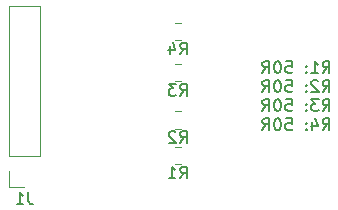
<source format=gbr>
%TF.GenerationSoftware,KiCad,Pcbnew,7.0.7*%
%TF.CreationDate,2023-09-05T11:40:51+02:00*%
%TF.ProjectId,tle5010-11_pcb,746c6535-3031-4302-9d31-315f7063622e,rev?*%
%TF.SameCoordinates,Original*%
%TF.FileFunction,Legend,Bot*%
%TF.FilePolarity,Positive*%
%FSLAX46Y46*%
G04 Gerber Fmt 4.6, Leading zero omitted, Abs format (unit mm)*
G04 Created by KiCad (PCBNEW 7.0.7) date 2023-09-05 11:40:51*
%MOMM*%
%LPD*%
G01*
G04 APERTURE LIST*
%ADD10C,0.200000*%
%ADD11C,0.150000*%
%ADD12C,0.120000*%
G04 APERTURE END LIST*
D10*
X57238095Y-28037219D02*
X57571428Y-27561028D01*
X57809523Y-28037219D02*
X57809523Y-27037219D01*
X57809523Y-27037219D02*
X57428571Y-27037219D01*
X57428571Y-27037219D02*
X57333333Y-27084838D01*
X57333333Y-27084838D02*
X57285714Y-27132457D01*
X57285714Y-27132457D02*
X57238095Y-27227695D01*
X57238095Y-27227695D02*
X57238095Y-27370552D01*
X57238095Y-27370552D02*
X57285714Y-27465790D01*
X57285714Y-27465790D02*
X57333333Y-27513409D01*
X57333333Y-27513409D02*
X57428571Y-27561028D01*
X57428571Y-27561028D02*
X57809523Y-27561028D01*
X56285714Y-28037219D02*
X56857142Y-28037219D01*
X56571428Y-28037219D02*
X56571428Y-27037219D01*
X56571428Y-27037219D02*
X56666666Y-27180076D01*
X56666666Y-27180076D02*
X56761904Y-27275314D01*
X56761904Y-27275314D02*
X56857142Y-27322933D01*
X55857142Y-27941980D02*
X55809523Y-27989600D01*
X55809523Y-27989600D02*
X55857142Y-28037219D01*
X55857142Y-28037219D02*
X55904761Y-27989600D01*
X55904761Y-27989600D02*
X55857142Y-27941980D01*
X55857142Y-27941980D02*
X55857142Y-28037219D01*
X55857142Y-27418171D02*
X55809523Y-27465790D01*
X55809523Y-27465790D02*
X55857142Y-27513409D01*
X55857142Y-27513409D02*
X55904761Y-27465790D01*
X55904761Y-27465790D02*
X55857142Y-27418171D01*
X55857142Y-27418171D02*
X55857142Y-27513409D01*
X54142857Y-27037219D02*
X54619047Y-27037219D01*
X54619047Y-27037219D02*
X54666666Y-27513409D01*
X54666666Y-27513409D02*
X54619047Y-27465790D01*
X54619047Y-27465790D02*
X54523809Y-27418171D01*
X54523809Y-27418171D02*
X54285714Y-27418171D01*
X54285714Y-27418171D02*
X54190476Y-27465790D01*
X54190476Y-27465790D02*
X54142857Y-27513409D01*
X54142857Y-27513409D02*
X54095238Y-27608647D01*
X54095238Y-27608647D02*
X54095238Y-27846742D01*
X54095238Y-27846742D02*
X54142857Y-27941980D01*
X54142857Y-27941980D02*
X54190476Y-27989600D01*
X54190476Y-27989600D02*
X54285714Y-28037219D01*
X54285714Y-28037219D02*
X54523809Y-28037219D01*
X54523809Y-28037219D02*
X54619047Y-27989600D01*
X54619047Y-27989600D02*
X54666666Y-27941980D01*
X53476190Y-27037219D02*
X53380952Y-27037219D01*
X53380952Y-27037219D02*
X53285714Y-27084838D01*
X53285714Y-27084838D02*
X53238095Y-27132457D01*
X53238095Y-27132457D02*
X53190476Y-27227695D01*
X53190476Y-27227695D02*
X53142857Y-27418171D01*
X53142857Y-27418171D02*
X53142857Y-27656266D01*
X53142857Y-27656266D02*
X53190476Y-27846742D01*
X53190476Y-27846742D02*
X53238095Y-27941980D01*
X53238095Y-27941980D02*
X53285714Y-27989600D01*
X53285714Y-27989600D02*
X53380952Y-28037219D01*
X53380952Y-28037219D02*
X53476190Y-28037219D01*
X53476190Y-28037219D02*
X53571428Y-27989600D01*
X53571428Y-27989600D02*
X53619047Y-27941980D01*
X53619047Y-27941980D02*
X53666666Y-27846742D01*
X53666666Y-27846742D02*
X53714285Y-27656266D01*
X53714285Y-27656266D02*
X53714285Y-27418171D01*
X53714285Y-27418171D02*
X53666666Y-27227695D01*
X53666666Y-27227695D02*
X53619047Y-27132457D01*
X53619047Y-27132457D02*
X53571428Y-27084838D01*
X53571428Y-27084838D02*
X53476190Y-27037219D01*
X52142857Y-28037219D02*
X52476190Y-27561028D01*
X52714285Y-28037219D02*
X52714285Y-27037219D01*
X52714285Y-27037219D02*
X52333333Y-27037219D01*
X52333333Y-27037219D02*
X52238095Y-27084838D01*
X52238095Y-27084838D02*
X52190476Y-27132457D01*
X52190476Y-27132457D02*
X52142857Y-27227695D01*
X52142857Y-27227695D02*
X52142857Y-27370552D01*
X52142857Y-27370552D02*
X52190476Y-27465790D01*
X52190476Y-27465790D02*
X52238095Y-27513409D01*
X52238095Y-27513409D02*
X52333333Y-27561028D01*
X52333333Y-27561028D02*
X52714285Y-27561028D01*
X57238095Y-29647219D02*
X57571428Y-29171028D01*
X57809523Y-29647219D02*
X57809523Y-28647219D01*
X57809523Y-28647219D02*
X57428571Y-28647219D01*
X57428571Y-28647219D02*
X57333333Y-28694838D01*
X57333333Y-28694838D02*
X57285714Y-28742457D01*
X57285714Y-28742457D02*
X57238095Y-28837695D01*
X57238095Y-28837695D02*
X57238095Y-28980552D01*
X57238095Y-28980552D02*
X57285714Y-29075790D01*
X57285714Y-29075790D02*
X57333333Y-29123409D01*
X57333333Y-29123409D02*
X57428571Y-29171028D01*
X57428571Y-29171028D02*
X57809523Y-29171028D01*
X56857142Y-28742457D02*
X56809523Y-28694838D01*
X56809523Y-28694838D02*
X56714285Y-28647219D01*
X56714285Y-28647219D02*
X56476190Y-28647219D01*
X56476190Y-28647219D02*
X56380952Y-28694838D01*
X56380952Y-28694838D02*
X56333333Y-28742457D01*
X56333333Y-28742457D02*
X56285714Y-28837695D01*
X56285714Y-28837695D02*
X56285714Y-28932933D01*
X56285714Y-28932933D02*
X56333333Y-29075790D01*
X56333333Y-29075790D02*
X56904761Y-29647219D01*
X56904761Y-29647219D02*
X56285714Y-29647219D01*
X55857142Y-29551980D02*
X55809523Y-29599600D01*
X55809523Y-29599600D02*
X55857142Y-29647219D01*
X55857142Y-29647219D02*
X55904761Y-29599600D01*
X55904761Y-29599600D02*
X55857142Y-29551980D01*
X55857142Y-29551980D02*
X55857142Y-29647219D01*
X55857142Y-29028171D02*
X55809523Y-29075790D01*
X55809523Y-29075790D02*
X55857142Y-29123409D01*
X55857142Y-29123409D02*
X55904761Y-29075790D01*
X55904761Y-29075790D02*
X55857142Y-29028171D01*
X55857142Y-29028171D02*
X55857142Y-29123409D01*
X54142857Y-28647219D02*
X54619047Y-28647219D01*
X54619047Y-28647219D02*
X54666666Y-29123409D01*
X54666666Y-29123409D02*
X54619047Y-29075790D01*
X54619047Y-29075790D02*
X54523809Y-29028171D01*
X54523809Y-29028171D02*
X54285714Y-29028171D01*
X54285714Y-29028171D02*
X54190476Y-29075790D01*
X54190476Y-29075790D02*
X54142857Y-29123409D01*
X54142857Y-29123409D02*
X54095238Y-29218647D01*
X54095238Y-29218647D02*
X54095238Y-29456742D01*
X54095238Y-29456742D02*
X54142857Y-29551980D01*
X54142857Y-29551980D02*
X54190476Y-29599600D01*
X54190476Y-29599600D02*
X54285714Y-29647219D01*
X54285714Y-29647219D02*
X54523809Y-29647219D01*
X54523809Y-29647219D02*
X54619047Y-29599600D01*
X54619047Y-29599600D02*
X54666666Y-29551980D01*
X53476190Y-28647219D02*
X53380952Y-28647219D01*
X53380952Y-28647219D02*
X53285714Y-28694838D01*
X53285714Y-28694838D02*
X53238095Y-28742457D01*
X53238095Y-28742457D02*
X53190476Y-28837695D01*
X53190476Y-28837695D02*
X53142857Y-29028171D01*
X53142857Y-29028171D02*
X53142857Y-29266266D01*
X53142857Y-29266266D02*
X53190476Y-29456742D01*
X53190476Y-29456742D02*
X53238095Y-29551980D01*
X53238095Y-29551980D02*
X53285714Y-29599600D01*
X53285714Y-29599600D02*
X53380952Y-29647219D01*
X53380952Y-29647219D02*
X53476190Y-29647219D01*
X53476190Y-29647219D02*
X53571428Y-29599600D01*
X53571428Y-29599600D02*
X53619047Y-29551980D01*
X53619047Y-29551980D02*
X53666666Y-29456742D01*
X53666666Y-29456742D02*
X53714285Y-29266266D01*
X53714285Y-29266266D02*
X53714285Y-29028171D01*
X53714285Y-29028171D02*
X53666666Y-28837695D01*
X53666666Y-28837695D02*
X53619047Y-28742457D01*
X53619047Y-28742457D02*
X53571428Y-28694838D01*
X53571428Y-28694838D02*
X53476190Y-28647219D01*
X52142857Y-29647219D02*
X52476190Y-29171028D01*
X52714285Y-29647219D02*
X52714285Y-28647219D01*
X52714285Y-28647219D02*
X52333333Y-28647219D01*
X52333333Y-28647219D02*
X52238095Y-28694838D01*
X52238095Y-28694838D02*
X52190476Y-28742457D01*
X52190476Y-28742457D02*
X52142857Y-28837695D01*
X52142857Y-28837695D02*
X52142857Y-28980552D01*
X52142857Y-28980552D02*
X52190476Y-29075790D01*
X52190476Y-29075790D02*
X52238095Y-29123409D01*
X52238095Y-29123409D02*
X52333333Y-29171028D01*
X52333333Y-29171028D02*
X52714285Y-29171028D01*
X57238095Y-31257219D02*
X57571428Y-30781028D01*
X57809523Y-31257219D02*
X57809523Y-30257219D01*
X57809523Y-30257219D02*
X57428571Y-30257219D01*
X57428571Y-30257219D02*
X57333333Y-30304838D01*
X57333333Y-30304838D02*
X57285714Y-30352457D01*
X57285714Y-30352457D02*
X57238095Y-30447695D01*
X57238095Y-30447695D02*
X57238095Y-30590552D01*
X57238095Y-30590552D02*
X57285714Y-30685790D01*
X57285714Y-30685790D02*
X57333333Y-30733409D01*
X57333333Y-30733409D02*
X57428571Y-30781028D01*
X57428571Y-30781028D02*
X57809523Y-30781028D01*
X56904761Y-30257219D02*
X56285714Y-30257219D01*
X56285714Y-30257219D02*
X56619047Y-30638171D01*
X56619047Y-30638171D02*
X56476190Y-30638171D01*
X56476190Y-30638171D02*
X56380952Y-30685790D01*
X56380952Y-30685790D02*
X56333333Y-30733409D01*
X56333333Y-30733409D02*
X56285714Y-30828647D01*
X56285714Y-30828647D02*
X56285714Y-31066742D01*
X56285714Y-31066742D02*
X56333333Y-31161980D01*
X56333333Y-31161980D02*
X56380952Y-31209600D01*
X56380952Y-31209600D02*
X56476190Y-31257219D01*
X56476190Y-31257219D02*
X56761904Y-31257219D01*
X56761904Y-31257219D02*
X56857142Y-31209600D01*
X56857142Y-31209600D02*
X56904761Y-31161980D01*
X55857142Y-31161980D02*
X55809523Y-31209600D01*
X55809523Y-31209600D02*
X55857142Y-31257219D01*
X55857142Y-31257219D02*
X55904761Y-31209600D01*
X55904761Y-31209600D02*
X55857142Y-31161980D01*
X55857142Y-31161980D02*
X55857142Y-31257219D01*
X55857142Y-30638171D02*
X55809523Y-30685790D01*
X55809523Y-30685790D02*
X55857142Y-30733409D01*
X55857142Y-30733409D02*
X55904761Y-30685790D01*
X55904761Y-30685790D02*
X55857142Y-30638171D01*
X55857142Y-30638171D02*
X55857142Y-30733409D01*
X54142857Y-30257219D02*
X54619047Y-30257219D01*
X54619047Y-30257219D02*
X54666666Y-30733409D01*
X54666666Y-30733409D02*
X54619047Y-30685790D01*
X54619047Y-30685790D02*
X54523809Y-30638171D01*
X54523809Y-30638171D02*
X54285714Y-30638171D01*
X54285714Y-30638171D02*
X54190476Y-30685790D01*
X54190476Y-30685790D02*
X54142857Y-30733409D01*
X54142857Y-30733409D02*
X54095238Y-30828647D01*
X54095238Y-30828647D02*
X54095238Y-31066742D01*
X54095238Y-31066742D02*
X54142857Y-31161980D01*
X54142857Y-31161980D02*
X54190476Y-31209600D01*
X54190476Y-31209600D02*
X54285714Y-31257219D01*
X54285714Y-31257219D02*
X54523809Y-31257219D01*
X54523809Y-31257219D02*
X54619047Y-31209600D01*
X54619047Y-31209600D02*
X54666666Y-31161980D01*
X53476190Y-30257219D02*
X53380952Y-30257219D01*
X53380952Y-30257219D02*
X53285714Y-30304838D01*
X53285714Y-30304838D02*
X53238095Y-30352457D01*
X53238095Y-30352457D02*
X53190476Y-30447695D01*
X53190476Y-30447695D02*
X53142857Y-30638171D01*
X53142857Y-30638171D02*
X53142857Y-30876266D01*
X53142857Y-30876266D02*
X53190476Y-31066742D01*
X53190476Y-31066742D02*
X53238095Y-31161980D01*
X53238095Y-31161980D02*
X53285714Y-31209600D01*
X53285714Y-31209600D02*
X53380952Y-31257219D01*
X53380952Y-31257219D02*
X53476190Y-31257219D01*
X53476190Y-31257219D02*
X53571428Y-31209600D01*
X53571428Y-31209600D02*
X53619047Y-31161980D01*
X53619047Y-31161980D02*
X53666666Y-31066742D01*
X53666666Y-31066742D02*
X53714285Y-30876266D01*
X53714285Y-30876266D02*
X53714285Y-30638171D01*
X53714285Y-30638171D02*
X53666666Y-30447695D01*
X53666666Y-30447695D02*
X53619047Y-30352457D01*
X53619047Y-30352457D02*
X53571428Y-30304838D01*
X53571428Y-30304838D02*
X53476190Y-30257219D01*
X52142857Y-31257219D02*
X52476190Y-30781028D01*
X52714285Y-31257219D02*
X52714285Y-30257219D01*
X52714285Y-30257219D02*
X52333333Y-30257219D01*
X52333333Y-30257219D02*
X52238095Y-30304838D01*
X52238095Y-30304838D02*
X52190476Y-30352457D01*
X52190476Y-30352457D02*
X52142857Y-30447695D01*
X52142857Y-30447695D02*
X52142857Y-30590552D01*
X52142857Y-30590552D02*
X52190476Y-30685790D01*
X52190476Y-30685790D02*
X52238095Y-30733409D01*
X52238095Y-30733409D02*
X52333333Y-30781028D01*
X52333333Y-30781028D02*
X52714285Y-30781028D01*
X57238095Y-32867219D02*
X57571428Y-32391028D01*
X57809523Y-32867219D02*
X57809523Y-31867219D01*
X57809523Y-31867219D02*
X57428571Y-31867219D01*
X57428571Y-31867219D02*
X57333333Y-31914838D01*
X57333333Y-31914838D02*
X57285714Y-31962457D01*
X57285714Y-31962457D02*
X57238095Y-32057695D01*
X57238095Y-32057695D02*
X57238095Y-32200552D01*
X57238095Y-32200552D02*
X57285714Y-32295790D01*
X57285714Y-32295790D02*
X57333333Y-32343409D01*
X57333333Y-32343409D02*
X57428571Y-32391028D01*
X57428571Y-32391028D02*
X57809523Y-32391028D01*
X56380952Y-32200552D02*
X56380952Y-32867219D01*
X56619047Y-31819600D02*
X56857142Y-32533885D01*
X56857142Y-32533885D02*
X56238095Y-32533885D01*
X55857142Y-32771980D02*
X55809523Y-32819600D01*
X55809523Y-32819600D02*
X55857142Y-32867219D01*
X55857142Y-32867219D02*
X55904761Y-32819600D01*
X55904761Y-32819600D02*
X55857142Y-32771980D01*
X55857142Y-32771980D02*
X55857142Y-32867219D01*
X55857142Y-32248171D02*
X55809523Y-32295790D01*
X55809523Y-32295790D02*
X55857142Y-32343409D01*
X55857142Y-32343409D02*
X55904761Y-32295790D01*
X55904761Y-32295790D02*
X55857142Y-32248171D01*
X55857142Y-32248171D02*
X55857142Y-32343409D01*
X54142857Y-31867219D02*
X54619047Y-31867219D01*
X54619047Y-31867219D02*
X54666666Y-32343409D01*
X54666666Y-32343409D02*
X54619047Y-32295790D01*
X54619047Y-32295790D02*
X54523809Y-32248171D01*
X54523809Y-32248171D02*
X54285714Y-32248171D01*
X54285714Y-32248171D02*
X54190476Y-32295790D01*
X54190476Y-32295790D02*
X54142857Y-32343409D01*
X54142857Y-32343409D02*
X54095238Y-32438647D01*
X54095238Y-32438647D02*
X54095238Y-32676742D01*
X54095238Y-32676742D02*
X54142857Y-32771980D01*
X54142857Y-32771980D02*
X54190476Y-32819600D01*
X54190476Y-32819600D02*
X54285714Y-32867219D01*
X54285714Y-32867219D02*
X54523809Y-32867219D01*
X54523809Y-32867219D02*
X54619047Y-32819600D01*
X54619047Y-32819600D02*
X54666666Y-32771980D01*
X53476190Y-31867219D02*
X53380952Y-31867219D01*
X53380952Y-31867219D02*
X53285714Y-31914838D01*
X53285714Y-31914838D02*
X53238095Y-31962457D01*
X53238095Y-31962457D02*
X53190476Y-32057695D01*
X53190476Y-32057695D02*
X53142857Y-32248171D01*
X53142857Y-32248171D02*
X53142857Y-32486266D01*
X53142857Y-32486266D02*
X53190476Y-32676742D01*
X53190476Y-32676742D02*
X53238095Y-32771980D01*
X53238095Y-32771980D02*
X53285714Y-32819600D01*
X53285714Y-32819600D02*
X53380952Y-32867219D01*
X53380952Y-32867219D02*
X53476190Y-32867219D01*
X53476190Y-32867219D02*
X53571428Y-32819600D01*
X53571428Y-32819600D02*
X53619047Y-32771980D01*
X53619047Y-32771980D02*
X53666666Y-32676742D01*
X53666666Y-32676742D02*
X53714285Y-32486266D01*
X53714285Y-32486266D02*
X53714285Y-32248171D01*
X53714285Y-32248171D02*
X53666666Y-32057695D01*
X53666666Y-32057695D02*
X53619047Y-31962457D01*
X53619047Y-31962457D02*
X53571428Y-31914838D01*
X53571428Y-31914838D02*
X53476190Y-31867219D01*
X52142857Y-32867219D02*
X52476190Y-32391028D01*
X52714285Y-32867219D02*
X52714285Y-31867219D01*
X52714285Y-31867219D02*
X52333333Y-31867219D01*
X52333333Y-31867219D02*
X52238095Y-31914838D01*
X52238095Y-31914838D02*
X52190476Y-31962457D01*
X52190476Y-31962457D02*
X52142857Y-32057695D01*
X52142857Y-32057695D02*
X52142857Y-32200552D01*
X52142857Y-32200552D02*
X52190476Y-32295790D01*
X52190476Y-32295790D02*
X52238095Y-32343409D01*
X52238095Y-32343409D02*
X52333333Y-32391028D01*
X52333333Y-32391028D02*
X52714285Y-32391028D01*
D11*
X45166666Y-36954819D02*
X45499999Y-36478628D01*
X45738094Y-36954819D02*
X45738094Y-35954819D01*
X45738094Y-35954819D02*
X45357142Y-35954819D01*
X45357142Y-35954819D02*
X45261904Y-36002438D01*
X45261904Y-36002438D02*
X45214285Y-36050057D01*
X45214285Y-36050057D02*
X45166666Y-36145295D01*
X45166666Y-36145295D02*
X45166666Y-36288152D01*
X45166666Y-36288152D02*
X45214285Y-36383390D01*
X45214285Y-36383390D02*
X45261904Y-36431009D01*
X45261904Y-36431009D02*
X45357142Y-36478628D01*
X45357142Y-36478628D02*
X45738094Y-36478628D01*
X44214285Y-36954819D02*
X44785713Y-36954819D01*
X44499999Y-36954819D02*
X44499999Y-35954819D01*
X44499999Y-35954819D02*
X44595237Y-36097676D01*
X44595237Y-36097676D02*
X44690475Y-36192914D01*
X44690475Y-36192914D02*
X44785713Y-36240533D01*
X32333333Y-38134819D02*
X32333333Y-38849104D01*
X32333333Y-38849104D02*
X32380952Y-38991961D01*
X32380952Y-38991961D02*
X32476190Y-39087200D01*
X32476190Y-39087200D02*
X32619047Y-39134819D01*
X32619047Y-39134819D02*
X32714285Y-39134819D01*
X31333333Y-39134819D02*
X31904761Y-39134819D01*
X31619047Y-39134819D02*
X31619047Y-38134819D01*
X31619047Y-38134819D02*
X31714285Y-38277676D01*
X31714285Y-38277676D02*
X31809523Y-38372914D01*
X31809523Y-38372914D02*
X31904761Y-38420533D01*
X45166666Y-29954819D02*
X45499999Y-29478628D01*
X45738094Y-29954819D02*
X45738094Y-28954819D01*
X45738094Y-28954819D02*
X45357142Y-28954819D01*
X45357142Y-28954819D02*
X45261904Y-29002438D01*
X45261904Y-29002438D02*
X45214285Y-29050057D01*
X45214285Y-29050057D02*
X45166666Y-29145295D01*
X45166666Y-29145295D02*
X45166666Y-29288152D01*
X45166666Y-29288152D02*
X45214285Y-29383390D01*
X45214285Y-29383390D02*
X45261904Y-29431009D01*
X45261904Y-29431009D02*
X45357142Y-29478628D01*
X45357142Y-29478628D02*
X45738094Y-29478628D01*
X44833332Y-28954819D02*
X44214285Y-28954819D01*
X44214285Y-28954819D02*
X44547618Y-29335771D01*
X44547618Y-29335771D02*
X44404761Y-29335771D01*
X44404761Y-29335771D02*
X44309523Y-29383390D01*
X44309523Y-29383390D02*
X44261904Y-29431009D01*
X44261904Y-29431009D02*
X44214285Y-29526247D01*
X44214285Y-29526247D02*
X44214285Y-29764342D01*
X44214285Y-29764342D02*
X44261904Y-29859580D01*
X44261904Y-29859580D02*
X44309523Y-29907200D01*
X44309523Y-29907200D02*
X44404761Y-29954819D01*
X44404761Y-29954819D02*
X44690475Y-29954819D01*
X44690475Y-29954819D02*
X44785713Y-29907200D01*
X44785713Y-29907200D02*
X44833332Y-29859580D01*
X45166666Y-26454819D02*
X45499999Y-25978628D01*
X45738094Y-26454819D02*
X45738094Y-25454819D01*
X45738094Y-25454819D02*
X45357142Y-25454819D01*
X45357142Y-25454819D02*
X45261904Y-25502438D01*
X45261904Y-25502438D02*
X45214285Y-25550057D01*
X45214285Y-25550057D02*
X45166666Y-25645295D01*
X45166666Y-25645295D02*
X45166666Y-25788152D01*
X45166666Y-25788152D02*
X45214285Y-25883390D01*
X45214285Y-25883390D02*
X45261904Y-25931009D01*
X45261904Y-25931009D02*
X45357142Y-25978628D01*
X45357142Y-25978628D02*
X45738094Y-25978628D01*
X44309523Y-25788152D02*
X44309523Y-26454819D01*
X44547618Y-25407200D02*
X44785713Y-26121485D01*
X44785713Y-26121485D02*
X44166666Y-26121485D01*
X45166666Y-33954819D02*
X45499999Y-33478628D01*
X45738094Y-33954819D02*
X45738094Y-32954819D01*
X45738094Y-32954819D02*
X45357142Y-32954819D01*
X45357142Y-32954819D02*
X45261904Y-33002438D01*
X45261904Y-33002438D02*
X45214285Y-33050057D01*
X45214285Y-33050057D02*
X45166666Y-33145295D01*
X45166666Y-33145295D02*
X45166666Y-33288152D01*
X45166666Y-33288152D02*
X45214285Y-33383390D01*
X45214285Y-33383390D02*
X45261904Y-33431009D01*
X45261904Y-33431009D02*
X45357142Y-33478628D01*
X45357142Y-33478628D02*
X45738094Y-33478628D01*
X44785713Y-33050057D02*
X44738094Y-33002438D01*
X44738094Y-33002438D02*
X44642856Y-32954819D01*
X44642856Y-32954819D02*
X44404761Y-32954819D01*
X44404761Y-32954819D02*
X44309523Y-33002438D01*
X44309523Y-33002438D02*
X44261904Y-33050057D01*
X44261904Y-33050057D02*
X44214285Y-33145295D01*
X44214285Y-33145295D02*
X44214285Y-33240533D01*
X44214285Y-33240533D02*
X44261904Y-33383390D01*
X44261904Y-33383390D02*
X44833332Y-33954819D01*
X44833332Y-33954819D02*
X44214285Y-33954819D01*
D12*
%TO.C,R1*%
X44772936Y-34265000D02*
X45227064Y-34265000D01*
X44772936Y-35735000D02*
X45227064Y-35735000D01*
%TO.C,J1*%
X30670000Y-22320000D02*
X33330000Y-22320000D01*
X30670000Y-35080000D02*
X30670000Y-22320000D01*
X30670000Y-35080000D02*
X33330000Y-35080000D01*
X30670000Y-36350000D02*
X30670000Y-37680000D01*
X30670000Y-37680000D02*
X32000000Y-37680000D01*
X33330000Y-35080000D02*
X33330000Y-22320000D01*
%TO.C,R3*%
X44772936Y-27265000D02*
X45227064Y-27265000D01*
X44772936Y-28735000D02*
X45227064Y-28735000D01*
%TO.C,R4*%
X44772936Y-23765000D02*
X45227064Y-23765000D01*
X44772936Y-25235000D02*
X45227064Y-25235000D01*
%TO.C,R2*%
X44772936Y-31265000D02*
X45227064Y-31265000D01*
X44772936Y-32735000D02*
X45227064Y-32735000D01*
%TD*%
M02*

</source>
